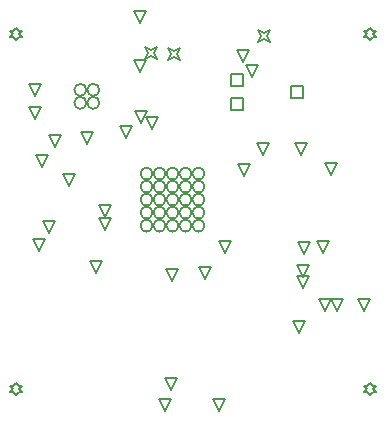
<source format=gbr>
%TF.GenerationSoftware,Altium Limited,Altium Designer,24.6.1 (21)*%
G04 Layer_Color=2752767*
%FSLAX45Y45*%
%MOMM*%
%TF.SameCoordinates,4B1D9C49-5ED8-45E5-B71D-261F0C762659*%
%TF.FilePolarity,Positive*%
%TF.FileFunction,Drawing*%
%TF.Part,Single*%
G01*
G75*
%TA.AperFunction,NonConductor*%
%ADD85C,0.12700*%
%ADD86C,0.16933*%
D85*
X8300000Y6249200D02*
X8325400Y6274600D01*
X8350800D01*
X8325400Y6300000D01*
X8350800Y6325400D01*
X8325400D01*
X8300000Y6350800D01*
X8274600Y6325400D01*
X8249200D01*
X8274600Y6300000D01*
X8249200Y6274600D01*
X8274600D01*
X8300000Y6249200D01*
Y9249200D02*
X8325400Y9274600D01*
X8350800D01*
X8325400Y9300000D01*
X8350800Y9325400D01*
X8325400D01*
X8300000Y9350800D01*
X8274600Y9325400D01*
X8249200D01*
X8274600Y9300000D01*
X8249200Y9274600D01*
X8274600D01*
X8300000Y9249200D01*
X11300000D02*
X11325400Y9274600D01*
X11350800D01*
X11325400Y9300000D01*
X11350800Y9325400D01*
X11325400D01*
X11300000Y9350800D01*
X11274600Y9325400D01*
X11249200D01*
X11274600Y9300000D01*
X11249200Y9274600D01*
X11274600D01*
X11300000Y9249200D01*
Y6249200D02*
X11325400Y6274600D01*
X11350800D01*
X11325400Y6300000D01*
X11350800Y6325400D01*
X11325400D01*
X11300000Y6350800D01*
X11274600Y6325400D01*
X11249200D01*
X11274600Y6300000D01*
X11249200Y6274600D01*
X11274600D01*
X11300000Y6249200D01*
X10120200Y8864300D02*
Y8965900D01*
X10221800D01*
Y8864300D01*
X10120200D01*
Y8661100D02*
Y8762700D01*
X10221800D01*
Y8661100D01*
X10120200D01*
X10628200Y8762700D02*
Y8864300D01*
X10729800D01*
Y8762700D01*
X10628200D01*
X10017500Y6111700D02*
X9966700Y6213300D01*
X10068300D01*
X10017500Y6111700D01*
X9560000Y6109200D02*
X9509200Y6210800D01*
X9610800D01*
X9560000Y6109200D01*
X9350000Y8979200D02*
X9299200Y9080800D01*
X9400800D01*
X9350000Y8979200D01*
X9389200Y9089200D02*
X9414600Y9140000D01*
X9389200Y9190800D01*
X9440000Y9165400D01*
X9490800Y9190800D01*
X9465400Y9140000D01*
X9490800Y9089200D01*
X9440000Y9114600D01*
X9389200Y9089200D01*
X9589200Y9079200D02*
X9614600Y9130000D01*
X9589200Y9180800D01*
X9640000Y9155400D01*
X9690800Y9180800D01*
X9665400Y9130000D01*
X9690800Y9079200D01*
X9640000Y9104600D01*
X9589200Y9079200D01*
X9350000Y9399200D02*
X9299200Y9500800D01*
X9400800D01*
X9350000Y9399200D01*
X9360000Y8549200D02*
X9309200Y8650800D01*
X9410800D01*
X9360000Y8549200D01*
X10710000Y8279200D02*
X10659200Y8380800D01*
X10760800D01*
X10710000Y8279200D01*
X10970000Y8109200D02*
X10919200Y8210800D01*
X11020800D01*
X10970000Y8109200D01*
X10390000Y8279200D02*
X10339200Y8380800D01*
X10440800D01*
X10390000Y8279200D01*
X8630000Y8349200D02*
X8579200Y8450800D01*
X8680800D01*
X8630000Y8349200D01*
X8520000Y8179200D02*
X8469200Y8280800D01*
X8570800D01*
X8520000Y8179200D01*
X8973757Y7276700D02*
X8922957Y7378300D01*
X9024557D01*
X8973757Y7276700D01*
X8492500Y7466700D02*
X8441700Y7568300D01*
X8543300D01*
X8492500Y7466700D01*
X8460000Y8579200D02*
X8409200Y8680800D01*
X8510800D01*
X8460000Y8579200D01*
X10920000Y6959200D02*
X10869200Y7060800D01*
X10970800D01*
X10920000Y6959200D01*
X11020000D02*
X10969200Y7060800D01*
X11070800D01*
X11020000Y6959200D01*
X10730000Y7249200D02*
X10679200Y7350800D01*
X10780800D01*
X10730000Y7249200D01*
Y7149200D02*
X10679200Y7250800D01*
X10780800D01*
X10730000Y7149200D01*
X10300000Y8939200D02*
X10249200Y9040800D01*
X10350800D01*
X10300000Y8939200D01*
X10220000Y9069200D02*
X10169200Y9170800D01*
X10270800D01*
X10220000Y9069200D01*
X10230000Y8099200D02*
X10179200Y8200800D01*
X10280800D01*
X10230000Y8099200D01*
X9050000Y7639200D02*
X8999200Y7740800D01*
X9100800D01*
X9050000Y7639200D01*
X9611250Y6290450D02*
X9560450Y6392050D01*
X9662050D01*
X9611250Y6290450D01*
X11250000Y6959200D02*
X11199200Y7060800D01*
X11300800D01*
X11250000Y6959200D01*
X10700000Y6769200D02*
X10649200Y6870800D01*
X10750800D01*
X10700000Y6769200D01*
X10740000Y7439200D02*
X10689200Y7540800D01*
X10790800D01*
X10740000Y7439200D01*
X10900000Y7449200D02*
X10849200Y7550800D01*
X10950800D01*
X10900000Y7449200D01*
X10070000D02*
X10019200Y7550800D01*
X10120800D01*
X10070000Y7449200D01*
X9620000Y7209200D02*
X9569200Y7310800D01*
X9670800D01*
X9620000Y7209200D01*
X9900000Y7229200D02*
X9849200Y7330800D01*
X9950800D01*
X9900000Y7229200D01*
X8580000Y7619200D02*
X8529200Y7720800D01*
X8630800D01*
X8580000Y7619200D01*
X8750000Y8019200D02*
X8699200Y8120800D01*
X8800800D01*
X8750000Y8019200D01*
X9230000Y8419200D02*
X9179200Y8520800D01*
X9280800D01*
X9230000Y8419200D01*
X8460000Y8779200D02*
X8409200Y8880800D01*
X8510800D01*
X8460000Y8779200D01*
X9450000Y8499200D02*
X9399200Y8600800D01*
X9500800D01*
X9450000Y8499200D01*
X8900000Y8369200D02*
X8849200Y8470800D01*
X8950800D01*
X8900000Y8369200D01*
X10349200Y9239200D02*
X10374600Y9290000D01*
X10349200Y9340800D01*
X10400000Y9315400D01*
X10450800Y9340800D01*
X10425400Y9290000D01*
X10450800Y9239200D01*
X10400000Y9264600D01*
X10349200Y9239200D01*
X9057500Y7749200D02*
X9006700Y7850800D01*
X9108300D01*
X9057500Y7749200D01*
D86*
X8895800Y8830000D02*
G03*
X8895800Y8830000I-50800J0D01*
G01*
Y8720000D02*
G03*
X8895800Y8720000I-50800J0D01*
G01*
X9005800D02*
G03*
X9005800Y8720000I-50800J0D01*
G01*
Y8830000D02*
G03*
X9005800Y8830000I-50800J0D01*
G01*
X9895800Y7680000D02*
G03*
X9895800Y7680000I-50800J0D01*
G01*
X9785800D02*
G03*
X9785800Y7680000I-50800J0D01*
G01*
X9675800D02*
G03*
X9675800Y7680000I-50800J0D01*
G01*
X9565800D02*
G03*
X9565800Y7680000I-50800J0D01*
G01*
X9455800D02*
G03*
X9455800Y7680000I-50800J0D01*
G01*
X9895800Y7790000D02*
G03*
X9895800Y7790000I-50800J0D01*
G01*
X9785800D02*
G03*
X9785800Y7790000I-50800J0D01*
G01*
X9675800D02*
G03*
X9675800Y7790000I-50800J0D01*
G01*
X9565800D02*
G03*
X9565800Y7790000I-50800J0D01*
G01*
X9455800D02*
G03*
X9455800Y7790000I-50800J0D01*
G01*
X9895800Y7900000D02*
G03*
X9895800Y7900000I-50800J0D01*
G01*
X9785800D02*
G03*
X9785800Y7900000I-50800J0D01*
G01*
X9675800D02*
G03*
X9675800Y7900000I-50800J0D01*
G01*
X9565800D02*
G03*
X9565800Y7900000I-50800J0D01*
G01*
X9455800D02*
G03*
X9455800Y7900000I-50800J0D01*
G01*
X9895800Y8010000D02*
G03*
X9895800Y8010000I-50800J0D01*
G01*
X9785800D02*
G03*
X9785800Y8010000I-50800J0D01*
G01*
X9675800D02*
G03*
X9675800Y8010000I-50800J0D01*
G01*
X9565800D02*
G03*
X9565800Y8010000I-50800J0D01*
G01*
X9455800D02*
G03*
X9455800Y8010000I-50800J0D01*
G01*
X9895800Y8120000D02*
G03*
X9895800Y8120000I-50800J0D01*
G01*
X9785800D02*
G03*
X9785800Y8120000I-50800J0D01*
G01*
X9675800D02*
G03*
X9675800Y8120000I-50800J0D01*
G01*
X9565800D02*
G03*
X9565800Y8120000I-50800J0D01*
G01*
X9455800D02*
G03*
X9455800Y8120000I-50800J0D01*
G01*
%TF.MD5,8caf8647025d0238adbd298e14c2a37d*%
M02*

</source>
